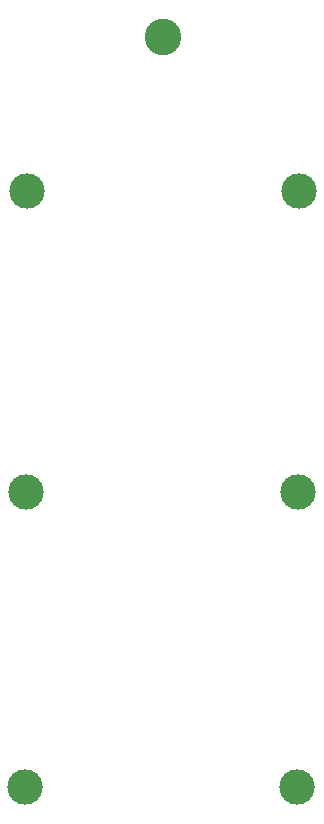
<source format=gbr>
M48
;DRILL file {Pcbnew (2013-may-18)-stable} date Пт 28 авг 2015 20:17:11
;FORMAT={-:-/ absolute / inch / decimal}
FMAT,2
INCH,TZ
T1C0.118
T2C0.122
%
G90
G05
M72
T1
X0.6947Y-3.6648
X0.6977Y-2.6822
X0.7Y-1.679
X1.6002Y-3.6648
X1.6032Y-2.6822
X1.6056Y-1.679
T2
X1.1528Y-1.1672
T0
M30

</source>
